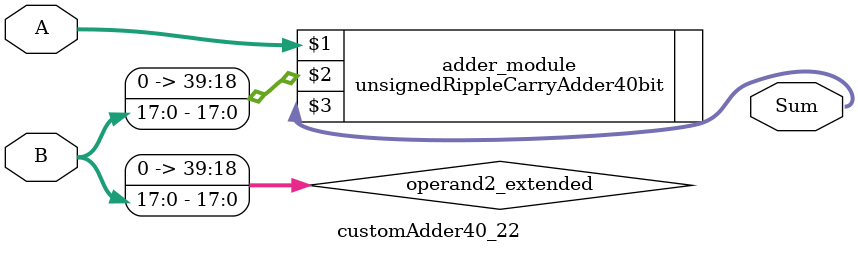
<source format=v>
module customAdder40_22(
                        input [39 : 0] A,
                        input [17 : 0] B,
                        
                        output [40 : 0] Sum
                );

        wire [39 : 0] operand2_extended;
        
        assign operand2_extended =  {22'b0, B};
        
        unsignedRippleCarryAdder40bit adder_module(
            A,
            operand2_extended,
            Sum
        );
        
        endmodule
        
</source>
